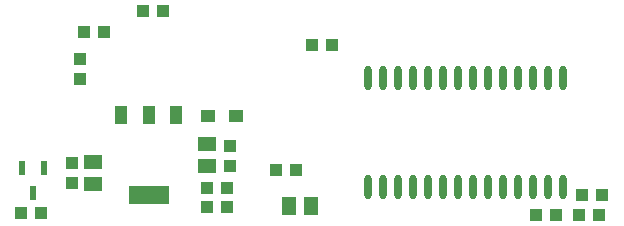
<source format=gbp>
%FSDAX23Y23*%
%MOIN*%
%SFA1B1*%

%IPPOS*%
%ADD16R,0.043300X0.039400*%
%ADD17O,0.023600X0.080700*%
%ADD18R,0.023600X0.051200*%
%ADD19R,0.043300X0.061000*%
%ADD20R,0.043300X0.061000*%
%ADD21R,0.135800X0.061000*%
%ADD22R,0.059100X0.051200*%
%ADD23R,0.039400X0.043300*%
%ADD24R,0.051200X0.059100*%
%ADD25R,0.045300X0.039400*%
%LNde-080717-1*%
%LPD*%
G54D16*
X05121Y02225D03*
X05188D03*
X03811Y02905D03*
X03878D03*
X03616Y02835D03*
X03683D03*
X03406Y02230D03*
X03473D03*
X04026Y02250D03*
X04093D03*
Y02315D03*
X04026D03*
X04323Y02375D03*
X04256D03*
X04443Y02790D03*
X04376D03*
X05343Y02290D03*
X05276D03*
X05333Y02225D03*
X05266D03*
G54D17*
X04560Y02681D03*
X04610D03*
X04660D03*
X04710D03*
X04760D03*
X04810D03*
X04860D03*
X04910D03*
X04960D03*
X05010D03*
X05060D03*
X05110D03*
X05160D03*
X05210D03*
X04560Y02318D03*
X04610D03*
X04660D03*
X04710D03*
X04760D03*
X04810D03*
X04860D03*
X04910D03*
X04960D03*
X05010D03*
X05060D03*
X05110D03*
X05160D03*
X05210D03*
G54D18*
X03407Y02381D03*
X03482D03*
X03445Y02298D03*
G54D19*
X03739Y02557D03*
G54D20*
X03830Y02557D03*
X03920D03*
G54D21*
X03830Y02292D03*
G54D22*
X04025Y02387D03*
Y02462D03*
X03645Y02327D03*
Y02402D03*
G54D23*
X03600Y02676D03*
Y02743D03*
X03575Y02331D03*
Y02398D03*
X04100Y02386D03*
Y02453D03*
G54D24*
X04372Y02255D03*
X04297D03*
G54D25*
X04121Y02555D03*
X04028D03*
M02*
</source>
